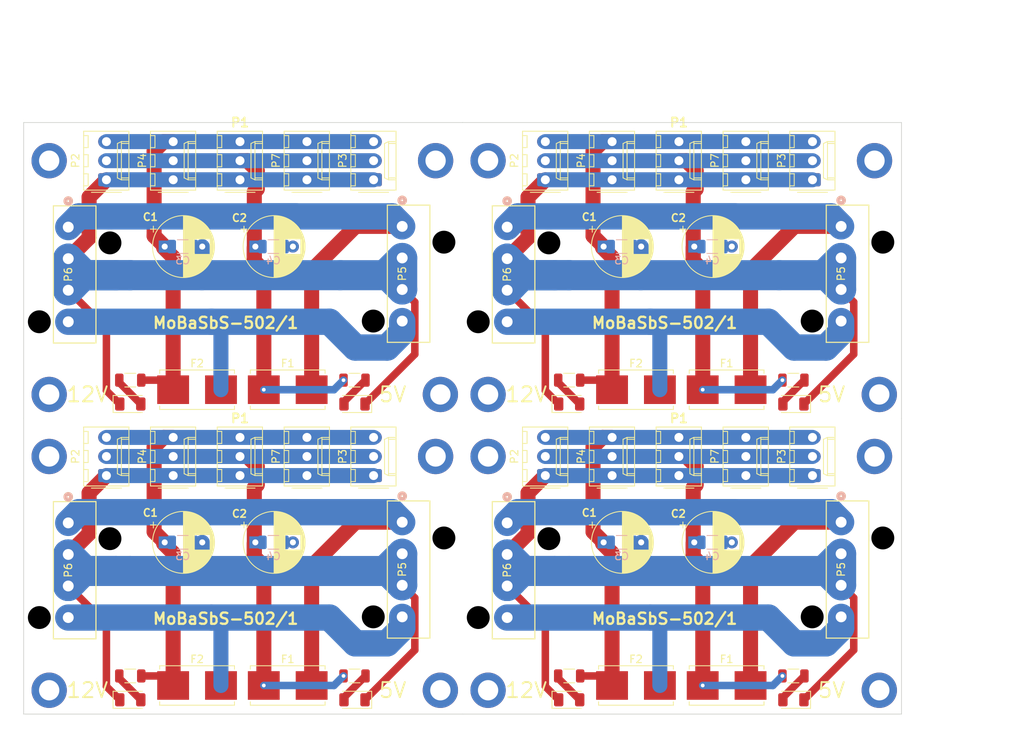
<source format=kicad_pcb>
(kicad_pcb (version 20241229) (generator "pcbnew") (generator_version "9.0")
  (title_block (title "Modul-Anschluss-Einheit") (date "2023-06-19") (rev "3") (comment 2 "MoBaSbS-002") (comment 3 "Anschluss Baugruppe") (comment 4 "MoBaSbS"))
  (layers (0 "F.Cu" signal) (2 "B.Cu" signal) (13 "F.Paste" user) (15 "B.Paste" user) (5 "F.SilkS" user "F.Silkscreen") (7 "B.SilkS" user "B.Silkscreen") (1 "F.Mask" user) (3 "B.Mask" user) (25 "Edge.Cuts" user))
  (net 0 "")
  (net 1 "Board_0-+12V")
  (net 2 "Board_0-+5V")
  (net 3 "Board_0-/12V PRE")
  (net 4 "Board_0-/5V PRE")
  (net 5 "Board_0-GND")
  (net 6 "Board_0-Net-(D1-A)")
  (net 7 "Board_0-Net-(D2-A)")
  (net 8 "Board_0-unconnected-(H1-Pad1)")
  (net 9 "Board_0-unconnected-(H2-Pad1)")
  (net 10 "Board_0-unconnected-(H3-Pad1)")
  (net 11 "Board_0-unconnected-(H4-Pad1)")
  (net 12 "Board_1-+12V")
  (net 13 "Board_1-+5V")
  (net 14 "Board_1-/12V PRE")
  (net 15 "Board_1-/5V PRE")
  (net 16 "Board_1-GND")
  (net 17 "Board_1-Net-(D1-A)")
  (net 18 "Board_1-Net-(D2-A)")
  (net 19 "Board_1-unconnected-(H1-Pad1)")
  (net 20 "Board_1-unconnected-(H2-Pad1)")
  (net 21 "Board_1-unconnected-(H3-Pad1)")
  (net 22 "Board_1-unconnected-(H4-Pad1)")
  (net 23 "Board_2-+12V")
  (net 24 "Board_2-+5V")
  (net 25 "Board_2-/12V PRE")
  (net 26 "Board_2-/5V PRE")
  (net 27 "Board_2-GND")
  (net 28 "Board_2-Net-(D1-A)")
  (net 29 "Board_2-Net-(D2-A)")
  (net 30 "Board_2-unconnected-(H1-Pad1)")
  (net 31 "Board_2-unconnected-(H2-Pad1)")
  (net 32 "Board_2-unconnected-(H3-Pad1)")
  (net 33 "Board_2-unconnected-(H4-Pad1)")
  (net 34 "Board_3-+12V")
  (net 35 "Board_3-+5V")
  (net 36 "Board_3-/12V PRE")
  (net 37 "Board_3-/5V PRE")
  (net 38 "Board_3-GND")
  (net 39 "Board_3-Net-(D1-A)")
  (net 40 "Board_3-Net-(D2-A)")
  (net 41 "Board_3-unconnected-(H1-Pad1)")
  (net 42 "Board_3-unconnected-(H2-Pad1)")
  (net 43 "Board_3-unconnected-(H3-Pad1)")
  (net 44 "Board_3-unconnected-(H4-Pad1)")
  (footprint "MountingHole:MountingHole_2.7mm_M2.5_DIN965_Pad" (layer "F.Cu") (at 93.475 56.195)
    (property "Reference" "H1" (hide yes))
    (property "Value" "MountingHole_Pad" (hide yes))
  )
  (footprint "Molex_MiniFitJr_1x4:CONN_5566-04A_MOL" (layer "F.Cu") (at 96.015 73.288402 90)
    (property "Reference" "P6")
    (property "Value" "Wago")
  )
  (footprint "Molex_MiniFitJr_1x4:CONN_5566-04A_MOL" (layer "F.Cu") (at 140.465 33.825004 90)
    (property "Reference" "P5")
    (property "Value" "Wago")
  )
  (footprint "Molex_MiniFitJr_1x4:CONN_5566-04A_MOL" (layer "F.Cu") (at 198.885 33.825004 90)
    (property "Reference" "P5")
    (property "Value" "Wago")
  )
  (footprint "Fuse:Fuseholder_Littelfuse_Nano2_154x" (layer "F.Cu") (at 183.645 94.93)
    (property "Reference" "F1")
    (property "Value" "1AT")
  )
  (footprint "Capacitor_THT:CP_Radial_D8.0mm_P5.00mm" (layer "F.Cu") (at 179.337349 36.51)
    (property "Reference" "C2")
    (property "Value" "470µF" (hide yes))
  )
  (footprint "Connector_Molex:Molex_KK-254_AE-6410-03A_1x03_P2.54mm_Vertical" (layer "F.Cu") (at 159.515 27.62 90)
    (property "Reference" "P2")
    (property "Value" "PSS254")
  )
  (footprint "Connector_Molex:Molex_KK-254_AE-6410-03A_1x03_P2.54mm_Vertical" (layer "F.Cu") (at 168.405 66.99 90)
    (property "Reference" "P4")
    (property "Value" "PSS254" (hide yes))
  )
  (footprint "MountingHole:MountingHole_2.7mm_M2.5_DIN965_Pad" (layer "F.Cu") (at 151.895 95.565)
    (property "Reference" "H1" (hide yes))
    (property "Value" "MountingHole_Pad" (hide yes))
  )
  (footprint "MountingHole:MountingHole_2.7mm_M2.5_DIN965_Pad" (layer "F.Cu") (at 151.895 64.45)
    (property "Reference" "H3" (hide yes))
    (property "Value" "MountingHole_Pad" (hide yes))
  )
  (footprint "Molex_MiniFitJr_1x4:CONN_5566-04A_MOL" (layer "F.Cu") (at 140.465 73.195004 90)
    (property "Reference" "P5")
    (property "Value" "Wago")
  )
  (footprint "MountingHole:MountingHole_2.7mm_M2.5_DIN965_Pad" (layer "F.Cu") (at 145.545 56.195)
    (property "Reference" "H4" (hide yes))
    (property "Value" "MountingHole_Pad" (hide yes))
  )
  (footprint "MountingHole:MountingHole_2.7mm_M2.5_DIN965_Pad" (layer "F.Cu") (at 203.33 64.45)
    (property "Reference" "H2" (hide yes))
    (property "Value" "MountingHole_Pad" (hide yes))
  )
  (footprint "Molex_MiniFitJr_1x4:CONN_5566-04A_MOL" (layer "F.Cu") (at 154.435 33.918402 90)
    (property "Reference" "P6")
    (property "Value" "Wago")
  )
  (footprint "Connector_Molex:Molex_KK-254_AE-6410-03A_1x03_P2.54mm_Vertical" (layer "F.Cu") (at 109.985 27.62 90)
    (property "Reference" "P4")
    (property "Value" "PSS254" (hide yes))
  )
  (footprint "Resistor_SMD:R_1206_3216Metric" (layer "F.Cu") (at 104.27 93.66)
    (property "Reference" "R2" (hide yes))
    (property "Value" "2K2" (hide yes))
  )
  (footprint "Connector_Molex:Molex_KK-254_AE-6410-03A_1x03_P2.54mm_Vertical" (layer "F.Cu") (at 186.205 27.62 90)
    (property "Reference" "P7")
    (property "Value" "PSS254")
  )
  (footprint "MountingHole:MountingHole_2.7mm_M2.5_DIN965_Pad" (layer "F.Cu") (at 203.33 25.08)
    (property "Reference" "H2" (hide yes))
    (property "Value" "MountingHole_Pad" (hide yes))
  )
  (footprint "Capacitor_THT:CP_Radial_D8.0mm_P5.00mm" (layer "F.Cu") (at 108.852349 75.88)
    (property "Reference" "C1")
    (property "Value" "470µF" (hide yes))
  )
  (footprint "Connector_Molex:Molex_KK-254_AE-6410-03A_1x03_P2.54mm_Vertical" (layer "F.Cu") (at 136.655 27.62 90)
    (property "Reference" "P3")
    (property "Value" "PSS254")
  )
  (footprint "Fuse:Fuseholder_Littelfuse_Nano2_154x" (layer "F.Cu") (at 125.225 94.93)
    (property "Reference" "F1")
    (property "Value" "1AT")
  )
  (footprint "MountingHole:MountingHole_2.7mm_M2.5_DIN965_Pad" (layer "F.Cu") (at 144.91 25.08)
    (property "Reference" "H2" (hide yes))
    (property "Value" "MountingHole_Pad" (hide yes))
  )
  (footprint "LED_SMD:LED_1206_3216Metric" (layer "F.Cu") (at 104.27 57.465)
    (property "Reference" "D2" (hide yes))
    (property "Value" "LED gelb" (hide yes))
  )
  (footprint "MountingHole:MountingHole_2.7mm_M2.5_DIN965_Pad" (layer "F.Cu") (at 93.475 25.08)
    (property "Reference" "H3" (hide yes))
    (property "Value" "MountingHole_Pad" (hide yes))
  )
  (footprint "Connector_Molex:Molex_KK-254_AE-6410-03A_1x03_P2.54mm_Vertical" (layer "F.Cu") (at 127.785 66.99 90)
    (property "Reference" "P7")
    (property "Value" "PSS254")
  )
  (footprint "Connector_Molex:Molex_KK-254_AE-6410-03A_1x03_P2.54mm_Vertical" (layer "F.Cu") (at 177.295 66.99 90)
    (property "Reference" "P1")
    (property "Value" "PSS254" (hide yes))
  )
  (footprint "MountingHole:MountingHole_2.7mm_M2.5_DIN965_Pad" (layer "F.Cu") (at 145.545 95.565)
    (property "Reference" "H4" (hide yes))
    (property "Value" "MountingHole_Pad" (hide yes))
  )
  (footprint "Capacitor_THT:CP_Radial_D8.0mm_P5.00mm" (layer "F.Cu") (at 179.337349 75.88)
    (property "Reference" "C2")
    (property "Value" "470µF" (hide yes))
  )
  (footprint "MountingHole:MountingHole_2.7mm_M2.5_DIN965_Pad" (layer "F.Cu") (at 203.965 56.195)
    (property "Reference" "H4" (hide yes))
    (property "Value" "MountingHole_Pad" (hide yes))
  )
  (footprint "Fuse:Fuseholder_Littelfuse_Nano2_154x" (layer "F.Cu") (at 113.16 55.56)
    (property "Reference" "F2")
    (property "Value" "2AT")
  )
  (footprint "Resistor_SMD:R_1206_3216Metric" (layer "F.Cu") (at 104.27 54.29)
    (property "Reference" "R2" (hide yes))
    (property "Value" "2K2" (hide yes))
  )
  (footprint "Connector_Molex:Molex_KK-254_AE-6410-03A_1x03_P2.54mm_Vertical" (layer "F.Cu") (at 136.655 66.99 90)
    (property "Reference" "P3")
    (property "Value" "PSS254")
  )
  (footprint "LED_SMD:LED_1206_3216Metric" (layer "F.Cu") (at 134.115 57.465 180)
    (property "Reference" "D1" (hide yes))
    (property "Value" "LED grün" (hide yes))
  )
  (footprint "Resistor_SMD:R_1206_3216Metric" (layer "F.Cu") (at 134.115 54.29 180)
    (property "Reference" "R1" (hide yes))
    (property "Value" "1K0" (hide yes))
  )
  (footprint "Molex_MiniFitJr_1x4:CONN_5566-04A_MOL" (layer "F.Cu") (at 198.885 73.195004 90)
    (property "Reference" "P5")
    (property "Value" "Wago")
  )
  (footprint "Connector_Molex:Molex_KK-254_AE-6410-03A_1x03_P2.54mm_Vertical" (layer "F.Cu") (at 118.875 66.99 90)
    (property "Reference" "P1")
    (property "Value" "PSS254" (hide yes))
  )
  (footprint "Connector_Molex:Molex_KK-254_AE-6410-03A_1x03_P2.54mm_Vertical" (layer "F.Cu") (at 195.075 27.62 90)
    (property "Reference" "P3")
    (property "Value" "PSS254")
  )
  (footprint "Capacitor_THT:CP_Radial_D8.0mm_P5.00mm" (layer "F.Cu") (at 167.272349 75.88)
    (property "Reference" "C1")
    (property "Value" "470µF" (hide yes))
  )
  (footprint "MountingHole:MountingHole_2.7mm_M2.5_DIN965_Pad" (layer "F.Cu") (at 93.475 64.45)
    (property "Reference" "H3" (hide yes))
    (property "Value" "MountingHole_Pad" (hide yes))
  )
  (footprint "LED_SMD:LED_1206_3216Metric" (layer "F.Cu") (at 192.535 57.465 180)
    (property "Reference" "D1" (hide yes))
    (property "Value" "LED grün" (hide yes))
  )
  (footprint "Capacitor_THT:CP_Radial_D8.0mm_P5.00mm" (layer "F.Cu") (at 108.852349 36.51)
    (property "Reference" "C1")
    (property "Value" "470µF" (hide yes))
  )
  (footprint "Resistor_SMD:R_1206_3216Metric" (layer "F.Cu") (at 162.69 54.29)
    (property "Reference" "R2" (hide yes))
    (property "Value" "2K2" (hide yes))
  )
  (footprint "MountingHole:MountingHole_2.7mm_M2.5_DIN965_Pad" (layer "F.Cu") (at 151.895 25.08)
    (property "Reference" "H3" (hide yes))
    (property "Value" "MountingHole_Pad" (hide yes))
  )
  (footprint "Connector_Molex:Molex_KK-254_AE-6410-03A_1x03_P2.54mm_Vertical" (layer "F.Cu") (at 109.985 66.99 90)
    (property "Reference" "P4")
    (property "Value" "PSS254" (hide yes))
  )
  (footprint "Connector_Molex:Molex_KK-254_AE-6410-03A_1x03_P2.54mm_Vertical" (layer "F.Cu") (at 101.095 66.99 90)
    (property "Reference" "P2")
    (property "Value" "PSS254")
  )
  (footprint "MountingHole:MountingHole_2.7mm_M2.5_DIN965_Pad" (layer "F.Cu") (at 151.895 56.195)
    (property "Reference" "H1" (hide yes))
    (property "Value" "MountingHole_Pad" (hide yes))
  )
  (footprint "Connector_Molex:Molex_KK-254_AE-6410-03A_1x03_P2.54mm_Vertical" (layer "F.Cu") (at 186.205 66.99 90)
    (property "Reference" "P7")
    (property "Value" "PSS254")
  )
  (footprint "Connector_Molex:Molex_KK-254_AE-6410-03A_1x03_P2.54mm_Vertical" (layer "F.Cu") (at 159.515 66.99 90)
    (property "Reference" "P2")
    (property "Value" "PSS254")
  )
  (footprint "Molex_MiniFitJr_1x4:CONN_5566-04A_MOL" (layer "F.Cu") (at 96.015 33.918402 90)
    (property "Reference" "P6")
    (property "Value" "Wago")
  )
  (footprint "Fuse:Fuseholder_Littelfuse_Nano2_154x" (layer "F.Cu") (at 171.58 55.56)
    (property "Reference" "F2")
    (property "Value" "2AT")
  )
  (footprint "LED_SMD:LED_1206_3216Metric" (layer "F.Cu") (at 104.27 96.835)
    (property "Reference" "D2" (hide yes))
    (property "Value" "LED gelb" (hide yes))
  )
  (footprint "Resistor_SMD:R_1206_3216Metric" (layer "F.Cu") (at 162.69 93.66)
    (property "Reference" "R2" (hide yes))
    (property "Value" "2K2" (hide yes))
  )
  (footprint "LED_SMD:LED_1206_3216Metric" (layer "F.Cu") (at 162.69 57.465)
    (property "Reference" "D2" (hide yes))
    (property "Value" "LED gelb" (hide yes))
  )
  (footprint "Capacitor_THT:CP_Radial_D8.0mm_P5.00mm" (layer "F.Cu") (at 167.272349 36.51)
    (property "Reference" "C1")
    (property "Value" "470µF" (hide yes))
  )
  (footprint "Connector_Molex:Molex_KK-254_AE-6410-03A_1x03_P2.54mm_Vertical" (layer "F.Cu") (at 195.075 66.99 90)
    (property "Reference" "P3")
    (property "Value" "PSS254")
  )
  (footprint "Connector_Molex:Molex_KK-254_AE-6410-03A_1x03_P2.54mm_Vertical" (layer "F.Cu") (at 168.405 27.62 90)
    (property "Reference" "P4")
    (property "Value" "PSS254" (hide yes))
  )
  (footprint "Resistor_SMD:R_1206_3216Metric" (layer "F.Cu") (at 192.535 54.29 180)
    (property "Reference" "R1" (hide yes))
    (property "Value" "1K0" (hide yes))
  )
  (footprint "LED_SMD:LED_1206_3216Metric" (layer "F.Cu") (at 192.535 96.835 180)
    (property "Reference" "D1" (hide yes))
    (property "Value" "LED grün" (hide yes))
  )
  (footprint "Fuse:Fuseholder_Littelfuse_Nano2_154x" (layer "F.Cu") (at 171.58 94.93)
    (property "Reference" "F2")
    (property "Value" "2AT")
  )
  (footprint "Fuse:Fuseholder_Littelfuse_Nano2_154x" (layer "F.Cu") (at 113.16 94.93)
    (property "Reference" "F2")
    (property "Value" "2AT")
  )
  (footprint "Molex_MiniFitJr_1x4:CONN_5566-04A_MOL" (layer "F.Cu") (at 154.435 73.288402 90)
    (property "Reference" "P6")
    (property "Value" "Wago")
  )
  (footprint "Connector_Molex:Molex_KK-254_AE-6410-03A_1x03_P2.54mm_Vertical" (layer "F.Cu") (at 118.875 27.62 90)
    (property "Reference" "P1")
    (property "Value" "PSS254" (hide yes))
  )
  (footprint "Resistor_SMD:R_1206_3216Metric" (layer "F.Cu") (at 134.115 93.66 180)
    (property "Reference" "R1" (hide yes))
    (property "Value" "1K0" (hide yes))
  )
  (footprint "Fuse:Fuseholder_Littelfuse_Nano2_154x" (layer "F.Cu") (at 183.645 55.56)
    (property "Reference" "F1")
    (property "Value" "1AT")
  )
  (footprint "Capacitor_THT:CP_Radial_D8.0mm_P5.00mm" (layer "F.Cu") (at 120.917349 75.88)
    (property "Reference" "C2")
    (property "Value" "470µF" (hide yes))
  )
  (footprint "Capacitor_THT:CP_Radial_D8.0mm_P5.00mm" (layer "F.Cu") (at 120.917349 36.51)
    (property "Reference" "C2")
    (property "Value" "470µF" (hide yes))
  )
  (footprint "LED_SMD:LED_1206_3216Metric" (layer "F.Cu") (at 162.69 96.835)
    (property "Reference" "D2" (hide yes))
    (property "Value" "LED gelb" (hide yes))
  )
  (footprint "Connector_Molex:Molex_KK-254_AE-6410-03A_1x03_P2.54mm_Vertical" (layer "F.Cu") (at 101.095 27.62 90)
    (property "Reference" "P2")
    (property "Value" "PSS254")
  )
  (footprint "Connector_Molex:Molex_KK-254_AE-6410-03A_1x03_P2.54mm_Vertical" (layer "F.Cu") (at 177.295 27.62 90)
    (property "Reference" "P1")
    (property "Value" "PSS254" (hide yes))
  )
  (footprint "Resistor_SMD:R_1206_3216Metric" (layer "F.Cu") (at 192.535 93.66 180)
    (property "Reference" "R1" (hide yes))
    (property "Value" "1K0" (hide yes))
  )
  (footprint "Connector_Molex:Molex_KK-254_AE-6410-03A_1x03_P2.54mm_Vertical" (layer "F.Cu") (at 127.785 27.62 90)
    (property "Reference" "P7")
    (property "Value" "PSS254")
  )
  (footprint "Fuse:Fuseholder_Littelfuse_Nano2_154x" (layer "F.Cu") (at 125.225 55.56)
    (property "Reference" "F1")
    (property "Value" "1AT")
  )
  (footprint "LED_SMD:LED_1206_3216Metric" (layer "F.Cu") (at 134.115 96.835 180)
    (property "Reference" "D1" (hide yes))
    (property "Value" "LED grün" (hide yes))
  )
  (footprint "MountingHole:MountingHole_2.7mm_M2.5_DIN965_Pad" (layer "F.Cu") (at 93.475 95.565)
    (property "Reference" "H1" (hide yes))
    (property "Value" "MountingHole_Pad" (hide yes))
  )
  (footprint "MountingHole:MountingHole_2.7mm_M2.5_DIN965_Pad" (layer "F.Cu") (at 144.91 64.45)
    (property "Reference" "H2" (hide yes))
    (property "Value" "MountingHole_Pad" (hide yes))
  )
  (footprint "MountingHole:MountingHole_2.7mm_M2.5_DIN965_Pad" (layer "F.Cu") (at 203.965 95.565)
    (property "Reference" "H4" (hide yes))
    (property "Value" "MountingHole_Pad" (hide yes))
  )
  (footprint "Capacitor_SMD:C_1206_3216Metric" (layer "B.Cu") (at 181.74 75.88)
    (property "Reference" "C4")
    (property "Value" "100nF" (hide yes))
  )
  (footprint "Capacitor_SMD:C_1206_3216Metric" (layer "B.Cu") (at 123.32 36.51)
    (property "Reference" "C4")
    (property "Value" "100nF" (hide yes))
  )
  (footprint "Capacitor_SMD:C_1206_3216Metric" (layer "B.Cu") (at 169.675 75.88)
    (property "Reference" "C3")
    (property "Value" "100nF" (hide yes))
  )
  (footprint "Capacitor_SMD:C_1206_3216Metric" (layer "B.Cu") (at 169.675 36.51)
    (property "Reference" "C3")
    (property "Value" "100nF" (hide yes))
  )
  (footprint "Capacitor_SMD:C_1206_3216Metric" (layer "B.Cu") (at 111.255 75.88)
    (property "Reference" "C3")
    (property "Value" "100nF" (hide yes))
  )
  (footprint "Capacitor_SMD:C_1206_3216Metric" (layer "B.Cu") (at 123.32 75.88)
    (property "Reference" "C4")
    (property "Value" "100nF" (hide yes))
  )
  (footprint "Capacitor_SMD:C_1206_3216Metric" (layer "B.Cu") (at 111.255 36.51)
    (property "Reference" "C3")
    (property "Value" "100nF" (hide yes))
  )
  (footprint "Capacitor_SMD:C_1206_3216Metric" (layer "B.Cu") (at 181.74 36.51)
    (property "Reference" "C4")
    (property "Value" "100nF" (hide yes))
  )
  (gr_line (start 90.08 20) (end 90.08 59.37) (stroke (width 0.1)) (layer "Edge.Cuts"))
  (gr_line (start 90.08 98.74) (end 148.5 98.74) (stroke (width 0.1)) (layer "Edge.Cuts"))
  (gr_line (start 90.08 59.37) (end 90.08 98.74) (stroke (width 0.1)) (layer "Edge.Cuts"))
  (gr_line (start 206.92 20) (end 148.5 20) (stroke (width 0.1)) (layer "Edge.Cuts"))
  (gr_line (start 206.92 59.37) (end 206.92 20) (stroke (width 0.1)) (layer "Edge.Cuts"))
  (gr_line (start 206.92 98.74) (end 206.92 59.37) (stroke (width 0.1)) (layer "Edge.Cuts"))
  (gr_line (start 148.5 20) (end 90.08 20) (stroke (width 0.1)) (layer "Edge.Cuts"))
  (gr_line (start 148.5 98.74) (end 206.92 98.74) (stroke (width 0.1)) (layer "Edge.Cuts"))
  (gr_text "MoBaSbS-502/1" (at 175.39 86.04 0) (layer "F.SilkS") (effects (font (size 1.5 1.5) (thickness 0.3))))
  (gr_text "5V" (at 139.195 56.195 0) (layer "F.SilkS") (effects (font (size 2 2) (thickness 0.25) (bold yes))))
  (gr_text "5V" (at 197.615 56.195 0) (layer "F.SilkS") (effects (font (size 2 2) (thickness 0.25) (bold yes))))
  (gr_text "MoBaSbS-502/1" (at 116.97 46.67 0) (layer "F.SilkS") (effects (font (size 1.5 1.5) (thickness 0.3))))
  (gr_text "12V" (at 156.975 95.565 0) (layer "F.SilkS") (effects (font (size 2 2) (thickness 0.25) (bold yes))))
  (gr_text "12V" (at 98.555 95.565 0) (layer "F.SilkS") (effects (font (size 2 2) (thickness 0.25) (bold yes))))
  (gr_text "12V" (at 98.555 56.195 0) (layer "F.SilkS") (effects (font (size 2 2) (thickness 0.25) (bold yes))))
  (gr_text "12V" (at 156.975 56.195 0) (layer "F.SilkS") (effects (font (size 2 2) (thickness 0.25) (bold yes))))
  (gr_text "MoBaSbS-502/1" (at 116.97 86.04 0) (layer "F.SilkS") (effects (font (size 1.5 1.5) (thickness 0.3))))
  (gr_text "MoBaSbS-502/1" (at 175.39 46.67 0) (layer "F.SilkS") (effects (font (size 1.5 1.5) (thickness 0.3))))
  (gr_text "5V" (at 197.615 95.565 0) (layer "F.SilkS") (effects (font (size 2 2) (thickness 0.25) (bold yes))))
  (gr_text "5V" (at 139.195 95.565 0) (layer "F.SilkS") (effects (font (size 2 2) (thickness 0.25) (bold yes))))
  (segment (start 107.445 35.102651) (end 107.445 23.81) (width 2) (layer "F.Cu") (net 1))
  (segment (start 108.715 22.54) (end 109.985 22.54) (width 2) (layer "F.Cu") (net 1))
  (segment (start 105.7325 54.29) (end 108.705 54.29) (width 1) (layer "F.Cu") (net 1))
  (segment (start 108.852349 36.51) (end 107.445 35.102651) (width 2) (layer "F.Cu") (net 1))
  (segment (start 107.445 23.81) (end 108.715 22.54) (width 2) (layer "F.Cu") (net 1))
  (segment (start 108.705 36.657349) (end 108.852349 36.51) (width 1) (layer "F.Cu") (net 1))
  (segment (start 108.705 54.29) (end 109.975 55.56) (width 1) (layer "F.Cu") (net 1))
  (segment (start 109.975 55.56) (end 109.975 37.927349) (width 2) (layer "F.Cu") (net 1))
  (segment (start 109.975 37.927349) (end 108.705 36.657349) (width 2) (layer "F.Cu") (net 1))
  (segment (start 101.095 22.54) (end 136.655 22.54) (width 2) (layer "B.Cu") (net 1))
  (segment (start 120.77 36.657349) (end 120.917349 36.51) (width 1) (layer "F.Cu") (net 2))
  (segment (start 121.171 26.39205) (end 120.78 26.00105) (width 2) (layer "F.Cu") (net 2))
  (segment (start 119.85895 25.08) (end 118.875 25.08) (width 2) (layer "F.Cu") (net 2))
  (segment (start 122.04 55.56) (end 122.04 54.29) (width 2) (layer "F.Cu") (net 2))
  (segment (start 122.04 54.29) (end 122.05 54.28) (width 2) (layer "F.Cu") (net 2))
  (segment (start 120.77 38.415) (end 120.77 36.657349) (width 2) (layer "F.Cu") (net 2))
  (segment (start 122.05 39.695) (end 120.77 38.415) (width 2) (layer "F.Cu") (net 2))
  (segment (start 120.78 26.00105) (end 120.32795 25.549) (width 2) (layer "F.Cu") (net 2))
  (segment (start 120.32795 25.549) (end 119.85895 25.08) (width 2) (layer "F.Cu") (net 2))
  (segment (start 121.171 28.84795) (end 121.171 26.39205) (width 2) (layer "F.Cu") (net 2))
  (segment (start 120.77 38.415) (end 120.78 38.405) (width 2) (layer "F.Cu") (net 2))
  (segment (start 120.78 38.405) (end 120.78 29.23895) (width 2) (layer "F.Cu") (net 2))
  (segment (start 122.05 54.28) (end 122.05 39.695) (width 2) (layer "F.Cu") (net 2))
  (segment (start 120.78 29.23895) (end 121.171 28.84795) (width 2) (layer "F.Cu") (net 2))
  (via (at 132.6525 54.29) (size 0.7) (drill 0.5) (layers "F.Cu" "B.Cu") (net 2))
  (via (at 122.04 55.56) (size 0.7) (drill 0.5) (layers "F.Cu" "B.Cu") (net 2))
  (segment (start 132.6525 54.29) (end 131.3825 55.56) (width 1) (layer "B.Cu") (net 2))
  (segment (start 101.095 25.08) (end 136.655 25.08) (width 2) (layer "B.Cu") (net 2))
  (segment (start 131.3825 55.56) (end 122.04 55.56) (width 1) (layer "B.Cu") (net 2))
  (segment (start 138.454998 49.950002) (end 134.220002 49.950002) (width 3.5) (layer "B.Cu") (net 3))
  (segment (start 140.465 47.94) (end 138.454998 49.950002) (width 3.5) (layer "B.Cu") (net 3))
  (segment (start 115.065 46.518397) (end 96.015 46.518397) (width 3.5) (layer "B.Cu") (net 3))
  (segment (start 116.335 47.788397) (end 116.335 55.56) (width 2) (layer "B.Cu") (net 3))
  (segment (start 140.465 46.424999) (end 140.465 47.94) (width 3.5) (layer "B.Cu") (net 3))
  (segment (start 134.220002 49.950002) (end 130.788397 46.518397) (width 3.5) (layer "B.Cu") (net 3))
  (segment (start 130.788397 46.518397) (end 115.065 46.518397) (width 3.5) (layer "B.Cu") (net 3))
  (segment (start 115.065 46.518397) (end 116.335 47.788397) (width 2) (layer "B.Cu") (net 3))
  (segment (start 134.259996 33.825004) (end 140.465 33.825004) (width 2) (layer "F.Cu") (net 4))
  (segment (start 128.41 55.56) (end 128.41 39.675) (width 2) (layer "F.Cu") (net 4))
  (segment (start 128.41 39.675) (end 134.259996 33.825004) (width 2) (layer "F.Cu") (net 4))
  (segment (start 97.440001 32.493401) (end 96.015 33.918402) (width 3.5) (layer "B.Cu") (net 4))
  (segment (start 139.133397 32.493401) (end 122.05 32.493401) (width 3.5) (layer "B.Cu") (net 4))
  (segment (start 126.368 32.493401) (end 97.440001 32.493401) (width 3.5) (layer "B.Cu") (net 4))
  (segment (start 140.465 33.825004) (end 139.133397 32.493401) (width 3.5) (layer "B.Cu") (net 4))
  (segment (start 101.095 55.69) (end 101.095 47.398398) (width 1) (layer "F.Cu") (net 5))
  (segment (start 135.515 57.465) (end 142.1439 50.8361) (width 1) (layer "F.Cu") (net 5))
  (segment (start 142.1439 50.8361) (end 142.1439 43.9039) (width 1) (layer "F.Cu") (net 5))
  (segment (start 102.87 57.465) (end 101.095 55.69) (width 1) (layer "F.Cu") (net 5))
  (segment (start 101.095 27.62) (end 98.789999 29.925001) (width 2) (layer "F.Cu") (net 5))
  (segment (start 98.789999 29.925001) (end 98.789999 35.3434) (width 2) (layer "F.Cu") (net 5))
  (segment (start 101.095 47.398398) (end 96.015 42.318398) (width 1) (layer "F.Cu") (net 5))
  (segment (start 142.1439 43.9039) (end 140.465 42.225) (width 1) (layer "F.Cu") (net 5))
  (segment (start 98.789999 35.3434) (end 96.015 38.118399) (width 2) (layer "F.Cu") (net 5))
  (segment (start 96.015 42.318398) (end 98.013398 40.32) (width 4) (layer "B.Cu") (net 5))
  (segment (start 138.56 39.930001) (end 140.465 38.025001) (width 4) (layer "B.Cu") (net 5))
  (segment (start 96.015 38.118399) (end 96.015 42.318398) (width 4) (layer "B.Cu") (net 5))
  (segment (start 138.56 40.32) (end 138.56 39.930001) (width 4) (layer "B.Cu") (net 5))
  (segment (start 132.21 40.32) (end 113.795 40.32) (width 4) (layer "B.Cu") (net 5))
  (segment (start 132.267349 40.262651) (end 132.21 40.32) (width 1) (layer "B.Cu") (net 5))
  (segment (start 96.65 40.32) (end 96.65 41.683398) (width 4) (layer "B.Cu") (net 5))
  (segment (start 113.852349 36.51) (end 113.852349 40.262651) (width 2) (layer "B.Cu") (net 5))
  (segment (start 101.095 27.62) (end 136.655 27.62) (width 2) (layer "B.Cu") (net 5))
  (segment (start 96.015 38.118399) (end 98.216601 40.32) (width 4) (layer "B.Cu") (net 5))
  (segment (start 113.795 40.32) (end 104.27 40.32) (width 4) (layer "B.Cu") (net 5))
  (segment (start 98.013398 40.32) (end 104.27 40.32) (width 4) (layer "B.Cu") (net 5))
  (segment (start 96.65 41.683398) (end 96.015 42.318398) (width 4) (layer "B.Cu") (net 5))
  (segment (start 96.65 40.32) (end 96.015 39.685) (width 4) (layer "B.Cu") (net 5))
  (segment (start 102.365 40.32) (end 96.65 40.32) (width 4) (layer "B.Cu") (net 5))
  (segment (start 113.852349 40.262651) (end 113.795 40.32) (width 1) (layer "B.Cu") (net 5))
  (segment (start 96.015 39.685) (end 96.015 38.118399) (width 4) (layer "B.Cu") (net 5))
  (segment (start 140.465 42.225) (end 138.56 40.32) (width 4) (layer "B.Cu") (net 5))
  (segment (start 104.27 40.32) (end 102.365 40.32) (width 4) (layer "B.Cu") (net 5))
  (segment (start 138.56 40.32) (end 132.21 40.32) (width 4) (layer "B.Cu") (net 5))
  (segment (start 98.216601 40.32) (end 102.365 40.32) (width 4) (layer "B.Cu") (net 5))
  (segment (start 140.465 38.025001) (end 140.465 42.225) (width 4) (layer "B.Cu") (net 5))
  (segment (start 132.715 57.465) (end 132.715 57.1525) (width 1) (layer "F.Cu") (net 6))
  (segment (start 132.715 57.1525) (end 135.5775 54.29) (width 1) (layer "F.Cu") (net 6))
  (segment (start 102.8075 54.29) (end 102.8075 54.6025) (width 1) (layer "F.Cu") (net 7))
  (segment (start 102.8075 54.6025) (end 105.67 57.465) (width 1) (layer "F.Cu") (net 7))
  (segment (start 167.135 22.54) (end 168.405 22.54) (width 2) (layer "F.Cu") (net 12))
  (segment (start 165.865 35.102651) (end 165.865 23.81) (width 2) (layer "F.Cu") (net 12))
  (segment (start 165.865 23.81) (end 167.135 22.54) (width 2) (layer "F.Cu") (net 12))
  (segment (start 168.395 55.56) (end 168.395 37.927349) (width 2) (layer "F.Cu") (net 12))
  (segment (start 168.395 37.927349) (end 167.125 36.657349) (width 2) (layer "F.Cu") (net 12))
  (segment (start 167.125 54.29) (end 168.395 55.56) (width 1) (layer "F.Cu") (net 12))
  (segment (start 167.272349 36.51) (end 165.865 35.102651) (width 2) (layer "F.Cu") (net 12))
  (segment (start 164.1525 54.29) (end 167.125 54.29) (width 1) (layer "F.Cu") (net 12))
  (segment (start 167.125 36.657349) (end 167.272349 36.51) (width 1) (layer "F.Cu") (net 12))
  (segment (start 159.515 22.54) (end 195.075 22.54) (width 2) (layer "B.Cu") (net 12))
  (segment (start 179.19 38.415) (end 179.19 36.657349) (width 2) (layer "F.Cu") (net 13))
  (segment (start 179.2 26.00105) (end 178.74795 25.549) (width 2) (layer "F.Cu") (net 13))
  (segment (start 180.47 39.695) (end 179.19 38.415) (width 2) (layer "F.Cu") (net 13))
  (segment (start 179.591 26.39205) (end 179.2 26.00105) (width 2) (layer "F.Cu") (net 13))
  (segment (start 179.19 38.415) (end 179.2 38.405) (width 2) (layer "F.Cu") (net 13))
  (segment (start 179.591 28.84795) (end 179.591 26.39205) (width 2) (layer "F.Cu") (net 13))
  (segment (start 180.47 54.28) (end 180.47 39.695) (width 2) (layer "F.Cu") (net 13))
  (segment (start 179.19 36.657349) (end 179.337349 36.51) (width 1) (layer "F.Cu") (net 13))
  (segment (start 180.46 55.56) (end 180.46 54.29) (width 2) (layer "F.Cu") (net 13))
  (segment (start 179.2 29.23895) (end 179.591 28.84795) (width 2) (layer "F.Cu") (net 13))
  (segment (start 178.27895 25.08) (end 177.295 25.08) (width 2) (layer "F.Cu") (net 13))
  (segment (start 180.46 54.29) (end 180.47 54.28) (width 2) (layer "F.Cu") (net 13))
  (segment (start 179.2 38.405) (end 179.2 29.23895) (width 2) (layer "F.Cu") (net 13))
  (segment (start 178.74795 25.549) (end 178.27895 25.08) (width 2) (layer "F.Cu") (net 13))
  (via (at 191.0725 54.29) (size 0.7) (drill 0.5) (layers "F.Cu" "B.Cu") (net 13))
  (via (at 180.46 55.56) (size 0.7) (drill 0.5) (layers "F.Cu" "B.Cu") (net 13))
  (segment (start 189.8025 55.56) (end 180.46 55.56) (width 1) (layer "B.Cu") (net 13))
  (segment (start 159.515 25.08) (end 195.075 25.08) (width 2) (layer "B.Cu") (net 13))
  (segment (start 191.0725 54.29) (end 189.8025 55.56) (width 1) (layer "B.Cu") (net 13))
  (segment (start 174.755 47.788397) (end 174.755 55.56) (width 2) (layer "B.Cu") (net 14))
  (segment (start 173.485 46.518397) (end 174.755 47.788397) (width 2) (layer "B.Cu") (net 14))
  (segment (start 198.885 47.94) (end 196.874998 49.950002) (width 3.5) (layer "B.Cu") (net 14))
  (segment (start 192.640002 49.950002) (end 189.208397 46.518397) (width 3.5) (layer "B.Cu") (net 14))
  (segment (start 189.208397 46.518397) (end 173.485 46.518397) (width 3.5) (layer "B.Cu") (net 14))
  (segment (start 198.885 46.424999) (end 198.885 47.94) (width 3.5) (layer "B.Cu") (net 14))
  (segment (start 173.485 46.518397) (end 154.435 46.518397) (width 3.5) (layer "B.Cu") (net 14))
  (segment (start 196.874998 49.950002) (end 192.640002 49.950002) (width 3.5) (layer "B.Cu") (net 14))
  (segment (start 186.83 55.56) (end 186.83 39.675) (width 2) (layer "F.Cu") (net 15))
  (segment (start 186.83 39.675) (end 192.679996 33.825004) (width 2) (layer "F.Cu") (net 15))
  (segment (start 192.679996 33.825004) (end 198.885 33.825004) (width 2) (layer "F.Cu") (net 15))
  (segment (start 197.553397 32.493401) (end 180.47 32.493401) (width 3.5) (layer "B.Cu") (net 15))
  (segment (start 184.788 32.493401) (end 155.860001 32.493401) (width 3.5) (layer "B.Cu") (net 15))
  (segment (start 198.885 33.825004) (end 197.553397 32.493401) (width 3.5) (layer "B.Cu") (net 15))
  (segment (start 155.860001 32.493401) (end 154.435 33.918402) (width 3.5) (layer "B.Cu") (net 15))
  (segment (start 159.515 55.69) (end 159.515 47.398398) (width 1) (layer "F.Cu") (net 16))
  (segment (start 159.515 27.62) (end 157.209999 29.925001) (width 2) (layer "F.Cu") (net 16))
  (segment (start 157.209999 29.925001) (end 157.209999 35.3434) (width 2) (layer "F.Cu") (net 16))
  (segment (start 193.935 57.465) (end 200.5639 50.8361) (width 1) (layer "F.Cu") (net 16))
  (segment (start 157.209999 35.3434) (end 154.435 38.118399) (width 2) (layer "F.Cu") (net 16))
  (segment (start 161.29 57.465) (end 159.515 55.69) (width 1) (layer "F.Cu") (net 16))
  (segment (start 200.5639 50.8361) (end 200.5639 43.9039) (width 1) (layer "F.Cu") (net 16))
  (segment (start 200.5639 43.9039) (end 198.885 42.225) (width 1) (layer "F.Cu") (net 16))
  (segment (start 159.515 47.398398) (end 154.435 42.318398) (width 1) (layer "F.Cu") (net 16))
  (segment (start 155.07 41.683398) (end 154.435 42.318398) (width 4) (layer "B.Cu") (net 16))
  (segment (start 156.433398 40.32) (end 162.69 40.32) (width 4) (layer "B.Cu") (net 16))
  (segment (start 160.785 40.32) (end 155.07 40.32) (width 4) (layer "B.Cu") (net 16))
  (segment (start 154.435 38.118399) (end 154.435 42.318398) (width 4) (layer "B.Cu") (net 16))
  (segment (start 154.435 38.118399) (end 156.636601 40.32) (width 4) (layer "B.Cu") (net 16))
  (segment (start 172.272349 36.51) (end 172.272349 40.262651) (width 2) (layer "B.Cu") (net 16))
  (segment (start 155.07 40.32) (end 155.07 41.683398) (width 4) (layer "B.Cu") (net 16))
  (segment (start 172.215 40.32) (end 162.69 40.32) (width 4) (layer "B.Cu") (net 16))
  (segment (start 159.515 27.62) (end 195.075 27.62) (width 2) (layer "B.Cu") (net 16))
  (segment (start 156.636601 40.32) (end 160.785 40.32) (width 4) (layer "B.Cu") (net 16))
  (segment (start 190.63 40.32) (end 172.215 40.32) (width 4) (layer "B.Cu") (net 16))
  (segment (start 198.885 42.225) (end 196.98 40.32) (width 4) (layer "B.Cu") (net 16))
  (segment (start 196.98 39.930001) (end 198.885 38.025001) (width 4) (layer "B.Cu") (net 16))
  (segment (start 196.98 40.32) (end 190.63 40.32) (width 4) (layer "B.Cu") (net 16))
  (segment (start 162.69 40.32) (end 160.785 40.32) (width 4) (layer "B.Cu") (net 16))
  (segment (start 196.98 40.32) (end 196.98 39.930001) (width 4) (layer "B.Cu") (net 16))
  (segment (start 154.435 39.685) (end 154.435 38.118399) (width 4) (layer "B.Cu") (net 16))
  (segment (start 154.435 42.318398) (end 156.433398 40.32) (width 4) (layer "B.Cu") (net 16))
  (segment (start 155.07 40.32) (end 154.435 39.685) (width 4) (layer "B.Cu") (net 16))
  (segment (start 172.272349 40.262651) (end 172.215 40.32) (width 1) (layer "B.Cu") (net 16))
  (segment (start 198.885 38.025001) (end 198.885 42.225) (width 4) (layer "B.Cu") (net 16))
  (segment (start 190.687349 40.262651) (end 190.63 40.32) (width 1) (layer "B.Cu") (net 16))
  (segment (start 191.135 57.465) (end 191.135 57.1525) (width 1) (layer "F.Cu") (net 17))
  (segment (start 191.135 57.1525) (end 193.9975 54.29) (width 1) (layer "F.Cu") (net 17))
  (segment (start 161.2275 54.6025) (end 164.09 57.465) (width 1) (layer "F.Cu") (net 18))
  (segment (start 161.2275 54.29) (end 161.2275 54.6025) (width 1) (layer "F.Cu") (net 18))
  (segment (start 107.445 74.472651) (end 107.445 63.18) (width 2) (layer "F.Cu") (net 23))
  (segment (start 105.7325 93.66) (end 108.705 93.66) (width 1) (layer "F.Cu") (net 23))
  (segment (start 108.852349 75.88) (end 107.445 74.472651) (width 2) (layer "F.Cu") (net 23))
  (segment (start 109.975 77.297349) (end 108.705 76.027349) (width 2) (layer "F.Cu") (net 23))
  (segment (start 109.975 94.93) (end 109.975 77.297349) (width 2) (layer "F.Cu") (net 23))
  (segment (start 108.705 76.027349) (end 108.852349 75.88) (width 1) (layer "F.Cu") (net 23))
  (segment (start 108.705 93.66) (end 109.975 94.93) (width 1) (layer "F.Cu") (net 23))
  (segment (start 107.445 63.18) (end 108.715 61.91) (width 2) (layer "F.Cu") (net 23))
  (segment (start 108.715 61.91) (end 109.985 61.91) (width 2) (layer "F.Cu") (net 23))
  (segment (start 101.095 61.91) (end 136.655 61.91) (width 2) (layer "B.Cu") (net 23))
  (segment (start 122.04 93.66) (end 122.05 93.65) (width 2) (layer "F.Cu") (net 24))
  (segment (start 121.171 65.76205) (end 120.78 65.37105) (width 2) (layer "F.Cu") (net 24))
  (segment (start 120.77 77.785) (end 120.78 77.775) (width 2) (layer "F.Cu") (net 24))
  (segment (start 120.32795 64.919) (end 119.85895 64.45) (width 2) (layer "F.Cu") (net 24))
  (segment (start 120.77 76.027349) (end 120.917349 75.88) (width 1) (layer "F.Cu") (net 24))
  (segment (start 122.05 79.065) (end 120.77 77.785) (width 2) (layer "F.Cu") (net 24))
  (segment (start 121.171 68.21795) (end 121.171 65.76205) (width 2) (layer "F.Cu") (net 24))
  (segment (start 122.05 93.65) (end 122.05 79.065) (width 2) (layer "F.Cu") (net 24))
  (segment (start 120.78 77.775) (end 120.78 68.60895) (width 2) (layer "F.Cu") (net 24))
  (segment (start 120.77 77.785) (end 120.77 76.027349) (width 2) (layer "F.Cu") (net 24))
  (segment (start 122.04 94.93) (end 122.04 93.66) (width 2) (layer "F.Cu") (net 24))
  (segment (start 119.85895 64.45) (end 118.875 64.45) (width 2) (layer "F.Cu") (net 24))
  (segment (start 120.78 65.37105) (end 120.32795 64.919) (width 2) (layer "F.Cu") (net 24))
  (segment (start 120.78 68.60895) (end 121.171 68.21795) (width 2) (layer "F.Cu") (net 24))
  (via (at 132.6525 93.66) (size 0.7) (drill 0.5) (layers "F.Cu" "B.Cu") (net 24))
  (via (at 122.04 94.93) (size 0.7) (drill 0.5) (layers "F.Cu" "B.Cu") (net 24))
  (segment (start 101.095 64.45) (end 136.655 64.45) (width 2) (layer "B.Cu") (net 24))
  (segment (start 132.6525 93.66) (end 131.3825 94.93) (width 1) (layer "B.Cu") (net 24))
  (segment (start 131.3825 94.93) (end 122.04 94.93) (width 1) (layer "B.Cu") (net 24))
  (segment (start 130.788397 85.888397) (end 115.065 85.888397) (width 3.5) (layer "B.Cu") (net 25))
  (segment (start 140.465 87.31) (end 138.454998 89.320002) (width 3.5) (layer "B.Cu") (net 25))
  (segment (start 134.220002 89.320002) (end 130.788397 85.888397) (width 3.5) (layer "B.Cu") (net 25))
  (segment (start 115.065 85.888397) (end 116.335 87.158397) (width 2) (layer "B.Cu") (net 25))
  (segment (start 116.335 87.158397) (end 116.335 94.93) (width 2) (layer "B.Cu") (net 25))
  (segment (start 138.454998 89.320002) (end 134.220002 89.320002) (width 3.5) (layer "B.Cu") (net 25))
  (segment (start 140.465 85.794999) (end 140.465 87.31) (width 3.5) (layer "B.Cu") (net 25))
  (segment (start 115.065 85.888397) (end 96.015 85.888397) (width 3.5) (layer "B.Cu") (net 25))
  (segment (start 128.41 79.045) (end 134.259996 73.195004) (width 2) (layer "F.Cu") (net 26))
  (segment (start 134.259996 73.195004) (end 140.465 73.195004) (width 2) (layer "F.Cu") (net 26))
  (segment (start 128.41 94.93) (end 128.41 79.045) (width 2) (layer "F.Cu") (net 26))
  (segment (start 126.368 71.863401) (end 97.440001 71.863401) (width 3.5) (layer "B.Cu") (net 26))
  (segment (start 140.465 73.195004) (end 139.133397 71.863401) (width 3.5) (layer "B.Cu") (net 26))
  (segment (start 139.133397 71.863401) (end 122.05 71.863401) (width 3.5) (layer "B.Cu") (net 26))
  (segment (start 97.440001 71.863401) (end 96.015 73.288402) (width 3.5) (layer "B.Cu") (net 26))
  (segment (start 101.095 86.768398) (end 96.015 81.688398) (width 1) (layer "F.Cu") (net 27))
  (segment (start 142.1439 83.2739) (end 140.465 81.595) (width 1) (layer "F.Cu") (net 27))
  (segment (start 135.515 96.835) (end 142.1439 90.2061) (width 1) (layer "F.Cu") (net 27))
  (segment (start 101.095 95.06) (end 101.095 86.768398) (width 1) (layer "F.Cu") (net 27))
  (segment (start 102.87 96.835) (end 101.095 95.06) (width 1) (layer "F.Cu") (net 27))
  (segment (start 142.1439 90.2061) (end 142.1439 83.2739) (width 1) (layer "F.Cu") (net 27))
  (segment (start 98.789999 74.7134) (end 96.015 77.488399) (width 2) (layer "F.Cu") (net 27))
  (segment (start 101.095 66.99) (end 98.789999 69.295001) (width 2) (layer "F.Cu") (net 27))
  (segment (start 98.789999 69.295001) (end 98.789999 74.7134) (width 2) (layer "F.Cu") (net 27))
  (segment (start 132.21 79.69) (end 113.795 79.69) (width 4) (layer "B.Cu") (net 27))
  (segment (start 96.65 81.053398) (end 96.015 81.688398) (width 4) (layer "B.Cu") (net 27))
  (segment (start 96.65 79.69) (end 96.015 79.055) (width 4) (layer "B.Cu") (net 27))
  (segment (start 102.365 79.69) (end 96.65 79.69) (width 4) (layer "B.Cu") (net 27))
  (segment (start 140.465 81.595) (end 138.56 79.69) (width 4) (layer "B.Cu") (net 27))
  (segment (start 138.56 79.300001) (end 140.465 77.395001) (width 4) (layer "B.Cu") (net 27))
  (segment (start 96.015 77.488399) (end 98.216601 79.69) (width 4) (layer "B.Cu") (net 27))
  (segment (start 140.465 77.395001) (end 140.465 81.595) (width 4) (layer "B.Cu") (net 27))
  (segment (start 101.095 66.99) (end 136.655 66.99) (width 2) (layer "B.Cu") (net 27))
  (segment (start 96.015 77.488399) (end 96.015 81.688398) (width 4) (layer "B.Cu") (net 27))
  (segment (start 138.56 79.69) (end 132.21 79.69) (width 4) (layer "B.Cu") (net 27))
  (segment (start 113.852349 75.88) (end 113.852349 79.632651) (width 2) (layer "B.Cu") (net 27))
  (segment (start 104.27 79.69) (end 102.365 79.69) (width 4) (layer "B.Cu") (net 27))
  (segment (start 113.795 79.69) (end 104.27 79.69) (width 4) (layer "B.Cu") (net 27))
  (segment (start 96.015 81.688398) (end 98.013398 79.69) (width 4) (layer "B.Cu") (net 27))
  (segment (start 98.013398 79.69) (end 104.27 79.69) (width 4) (layer "B.Cu") (net 27))
  (segment (start 96.015 79.055) (end 96.015 77.488399) (width 4) (layer "B.Cu") (net 27))
  (segment (start 98.216601 79.69) (end 102.365 79.69) (width 4) (layer "B.Cu") (net 27))
  (segment (start 113.852349 79.632651) (end 113.795 79.69) (width 1) (layer "B.Cu") (net 27))
  (segment (start 132.267349 79.632651) (end 132.21 79.69) (width 1) (layer "B.Cu") (net 27))
  (segment (start 138.56 79.69) (end 138.56 79.300001) (width 4) (layer "B.Cu") (net 27))
  (segment (start 96.65 79.69) (end 96.65 81.053398) (width 4) (layer "B.Cu") (net 27))
  (segment (start 132.715 96.835) (end 132.715 96.5225) (width 1) (layer "F.Cu") (net 28))
  (segment (start 132.715 96.5225) (end 135.5775 93.66) (width 1) (layer "F.Cu") (net 28))
  (segment (start 102.8075 93.9725) (end 105.67 96.835) (width 1) (layer "F.Cu") (net 29))
  (segment (start 102.8075 93.66) (end 102.8075 93.9725) (width 1) (layer "F.Cu") (net 29))
  (segment (start 165.865 74.472651) (end 165.865 63.18) (width 2) (layer "F.Cu") (net 34))
  (segment (start 167.272349 75.88) (end 165.865 74.472651) (width 2) (layer "F.Cu") (net 34))
  (segment (start 167.125 93.66) (end 168.395 94.93) (width 1) (layer "F.Cu") (net 34))
  (segment (start 164.1525 93.66) (end 167.125 93.66) (width 1) (layer "F.Cu") (net 34))
  (segment (start 167.135 61.91) (end 168.405 61.91) (width 2) (layer "F.Cu") (net 34))
  (segment (start 168.395 77.297349) (end 167.125 76.027349) (width 2) (layer "F.Cu") (net 34))
  (segment (start 167.125 76.027349) (end 167.272349 75.88) (width 1) (layer "F.Cu") (net 34))
  (segment (start 168.395 94.93) (end 168.395 77.297349) (width 2) (layer "F.Cu") (net 34))
  (segment (start 165.865 63.18) (end 167.135 61.91) (width 2) (layer "F.Cu") (net 34))
  (segment (start 159.515 61.91) (end 195.075 61.91) (width 2) (layer "B.Cu") (net 34))
  (segment (start 179.2 65.37105) (end 178.74795 64.919) (width 2) (layer "F.Cu") (net 35))
  (segment (start 180.47 93.65) (end 180.47 79.065) (width 2) (layer "F.Cu") (net 35))
  (segment (start 179.19 77.785) (end 179.19 76.027349) (width 2) (layer "F.Cu") (net 35))
  (segment (start 180.46 94.93) (end 180.46 93.66) (width 2) (layer "F.Cu") (net 35))
  (segment (start 178.74795 64.919) (end 178.27895 64.45) (width 2) (layer "F.Cu") (net 35))
  (segment (start 179.591 65.76205) (end 179.2 65.37105) (width 2) (layer "F.Cu") (net 35))
  (segment (start 180.46 93.66) (end 180.47 93.65) (width 2) (layer "F.Cu") (net 35))
  (segment (start 179.591 68.21795) (end 179.591 65.76205) (width 2) (layer "F.Cu") (net 35))
  (segment (start 179.2 77.775) (end 179.2 68.60895) (width 2) (layer "F.Cu") (net 35))
  (segment (start 179.19 77.785) (end 179.2 77.775) (width 2) (layer "F.Cu") (net 35))
  (segment (start 179.19 76.027349) (end 179.337349 75.88) (width 1) (layer "F.Cu") (net 35))
  (segment (start 180.47 79.065) (end 179.19 77.785) (width 2) (layer "F.Cu") (net 35))
  (segment (start 178.27895 64.45) (end 177.295 64.45) (width 2) (layer "F.Cu") (net 35))
  (segment (start 179.2 68.60895) (end 179.591 68.21795) (width 2) (layer "F.Cu") (net 35))
  (via (at 180.46 94.93) (size 0.7) (drill 0.5) (layers "F.Cu" "B.Cu") (net 35))
  (via (at 191.0725 93.66) (size 0.7) (drill 0.5) (layers "F.Cu" "B.Cu") (net 35))
  (segment (start 189.8025 94.93) (end 180.46 94.93) (width 1) (layer "B.Cu") (net 35))
  (segment (start 191.0725 93.66) (end 189.8025 94.93) (width 1) (layer "B.Cu") (net 35))
  (segment (start 159.515 64.45) (end 195.075 64.45) (width 2) (layer "B.Cu") (net 35))
  (segment (start 174.755 87.158397) (end 174.755 94.93) (width 2) (layer "B.Cu") (net 36))
  (segment (start 173.485 85.888397) (end 174.755 87.158397) (width 2) (layer "B.Cu") (net 36))
  (segment (start 198.885 85.794999) (end 198.885 87.31) (width 3.5) (layer "B.Cu") (net 36))
  (segment (start 173.485 85.888397) (end 154.435 85.888397) (width 3.5) (layer "B.Cu") (net 36))
  (segment (start 198.885 87.31) (end 196.874998 89.320002) (width 3.5) (layer "B.Cu") (net 36))
  (segment (start 189.208397 85.888397) (end 173.485 85.888397) (width 3.5) (layer "B.Cu") (net 36))
  (segment (start 192.640002 89.320002) (end 189.208397 85.888397) (width 3.5) (layer "B.Cu") (net 36))
  (segment (start 196.874998 89.320002) (end 192.640002 89.320002) (width 3.5) (layer "B.Cu") (net 36))
  (segment (start 192.679996 73.195004) (end 198.885 73.195004) (width 2) (layer "F.Cu") (net 37))
  (segment (start 186.83 94.93) (end 186.83 79.045) (width 2) (layer "F.Cu") (net 37))
  (segment (start 186.83 79.045) (end 192.679996 73.195004) (width 2) (layer "F.Cu") (net 37))
  (segment (start 155.860001 71.863401) (end 154.435 73.288402) (width 3.5) (layer "B.Cu") (net 37))
  (segment (start 198.885 73.195004) (end 197.553397 71.863401) (width 3.5) (layer "B.Cu") (net 37))
  (segment (start 184.788 71.863401) (end 155.860001 71.863401) (width 3.5) (layer "B.Cu") (net 37))
  (segment (start 197.553397 71.863401) (end 180.47 71.863401) (width 3.5) (layer "B.Cu") (net 37))
  (segment (start 200.5639 83.2739) (end 198.885 81.595) (width 1) (layer "F.Cu") (net 38))
  (segment (start 159.515 95.06) (end 159.515 86.768398) (width 1) (layer "F.Cu") (net 38))
  (segment (start 159.515 66.99) (end 157.209999 69.295001) (width 2) (layer "F.Cu") (net 38))
  (segment (start 193.935 96.835) (end 200.5639 90.2061) (width 1) (layer "F.Cu") (net 38))
  (segment (start 200.5639 90.2061) (end 200.5639 83.2739) (width 1) (layer "F.Cu") (net 38))
  (segment (start 157.209999 74.7134) (end 154.435 77.488399) (width 2) (layer "F.Cu") (net 38))
  (segment (start 159.515 86.768398) (end 154.435 81.688398) (width 1) (layer "F.Cu") (net 38))
  (segment (start 161.29 96.835) (end 159.515 95.06) (width 1) (layer "F.Cu") (net 38))
  (segment (start 157.209999 69.295001) (end 157.209999 74.7134) (width 2) (layer "F.Cu") (net 38))
  (segment (start 154.435 77.488399) (end 156.636601 79.69) (width 4) (layer "B.Cu") (net 38))
  (segment (start 196.98 79.300001) (end 198.885 77.395001) (width 4) (layer "B.Cu") (net 38))
  (segment (start 156.636601 79.69) (end 160.785 79.69) (width 4) (layer "B.Cu") (net 38))
  (segment (start 159.515 66.99) (end 195.075 66.99) (width 2) (layer "B.Cu") (net 38))
  (segment (start 154.435 77.488399) (end 154.435 81.688398) (width 4) (layer "B.Cu") (net 38))
  (segment (start 160.785 79.69) (end 155.07 79.69) (width 4) (layer "B.Cu") (net 38))
  (segment (start 172.215 79.69) (end 162.69 79.69) (width 4) (layer "B.Cu") (net 38))
  (segment (start 155.07 81.053398) (end 154.435 81.688398) (width 4) (layer "B.Cu") (net 38))
  (segment (start 154.435 81.688398) (end 156.433398 79.69) (width 4) (layer "B.Cu") (net 38))
  (segment (start 156.433398 79.69) (end 162.69 79.69) (width 4) (layer "B.Cu") (net 38))
  (segment (start 172.272349 75.88) (end 172.272349 79.632651) (width 2) (layer "B.Cu") (net 38))
  (segment (start 155.07 79.69) (end 155.07 81.053398) (width 4) (layer "B.Cu") (net 38))
  (segment (start 172.272349 79.632651) (end 172.215 79.69) (width 1) (layer "B.Cu") (net 38))
  (segment (start 190.63 79.69) (end 172.215 79.69) (width 4) (layer "B.Cu") (net 38))
  (segment (start 154.435 79.055) (end 154.435 77.488399) (width 4) (layer "B.Cu") (net 38))
  (segment (start 190.687349 79.632651) (end 190.63 79.69) (width 1) (layer "B.Cu") (net 38))
  (segment (start 162.69 79.69) (end 160.785 79.69) (width 4) (layer "B.Cu") (net 38))
  (segment (start 196.98 79.69) (end 190.63 79.69) (width 4) (layer "B.Cu") (net 38))
  (segment (start 198.885 77.395001) (end 198.885 81.595) (width 4) (layer "B.Cu") (net 38))
  (segment (start 155.07 79.69) (end 154.435 79.055) (width 4) (layer "B.Cu") (net 38))
  (segment (start 196.98 79.69) (end 196.98 79.300001) (width 4) (layer "B.Cu") (net 38))
  (segment (start 198.885 81.595) (end 196.98 79.69) (width 4) (layer "B.Cu") (net 38))
  (segment (start 191.135 96.835) (end 191.135 96.5225) (width 1) (layer "F.Cu") (net 39))
  (segment (start 191.135 96.5225) (end 193.9975 93.66) (width 1) (layer "F.Cu") (net 39))
  (segment (start 161.2275 93.9725) (end 164.09 96.835) (width 1) (layer "F.Cu") (net 40))
  (segment (start 161.2275 93.66) (end 161.2275 93.9725) (width 1) (layer "F.Cu") (net 40))
)
</source>
